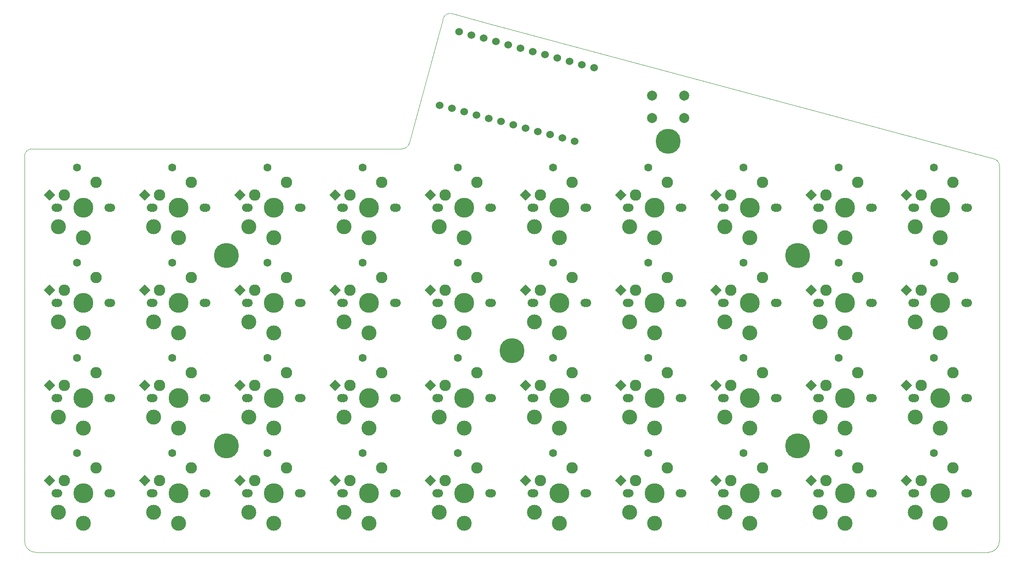
<source format=gts>
G04 #@! TF.GenerationSoftware,KiCad,Pcbnew,6.0.7-f9a2dced07~116~ubuntu20.04.1*
G04 #@! TF.CreationDate,2022-09-22T21:10:25+08:00*
G04 #@! TF.ProjectId,V4,56342e6b-6963-4616-945f-706362585858,rev?*
G04 #@! TF.SameCoordinates,Original*
G04 #@! TF.FileFunction,Soldermask,Top*
G04 #@! TF.FilePolarity,Negative*
%FSLAX46Y46*%
G04 Gerber Fmt 4.6, Leading zero omitted, Abs format (unit mm)*
G04 Created by KiCad (PCBNEW 6.0.7-f9a2dced07~116~ubuntu20.04.1) date 2022-09-22 21:10:25*
%MOMM*%
%LPD*%
G01*
G04 APERTURE LIST*
G04 Aperture macros list*
%AMRotRect*
0 Rectangle, with rotation*
0 The origin of the aperture is its center*
0 $1 length*
0 $2 width*
0 $3 Rotation angle, in degrees counterclockwise*
0 Add horizontal line*
21,1,$1,$2,0,0,$3*%
G04 Aperture macros list end*
G04 #@! TA.AperFunction,Profile*
%ADD10C,0.050000*%
G04 #@! TD*
%ADD11C,1.701800*%
%ADD12C,3.000000*%
%ADD13C,3.987800*%
%ADD14C,2.286000*%
%ADD15C,5.000000*%
%ADD16C,2.000000*%
%ADD17RotRect,1.600000X1.600000X45.000000*%
%ADD18C,1.600000*%
%ADD19C,1.524000*%
G04 APERTURE END LIST*
D10*
X59436000Y-154686000D02*
X59436000Y-78486000D01*
X59436000Y-154686000D02*
G75*
G03*
X61722000Y-156972000I2286000J0D01*
G01*
X134962250Y-76200000D02*
X131178300Y-76200000D01*
X134962250Y-76200047D02*
G75*
G03*
X136434319Y-75070441I-50J1524047D01*
G01*
X60960000Y-76200000D02*
G75*
G03*
X59436000Y-77724000I0J-1524000D01*
G01*
X61722000Y-76200000D02*
X131178300Y-76200000D01*
X61722000Y-76200000D02*
X60960000Y-76200000D01*
X252222000Y-156972000D02*
X61722000Y-156972000D01*
X254507993Y-79667100D02*
G75*
G03*
X253365350Y-78179844I-1523993J11700D01*
G01*
X252222000Y-156972000D02*
G75*
G03*
X254508000Y-154686000I0J2286000D01*
G01*
X59436000Y-77724000D02*
X59436000Y-78486000D01*
X145016441Y-49147744D02*
X151738470Y-50953142D01*
X145016443Y-49147735D02*
G75*
G03*
X143149931Y-50225373I-394443J-1472065D01*
G01*
X254507999Y-79667100D02*
X254508000Y-154686000D01*
X151738470Y-50953142D02*
X253365350Y-78179844D01*
X143149931Y-50225373D02*
X136434319Y-75070441D01*
D11*
X218147000Y-145161000D03*
X218567000Y-145161000D03*
D12*
X218647000Y-148911000D03*
X223647000Y-151111000D03*
D11*
X228727000Y-145161000D03*
X229147000Y-145161000D03*
D13*
X223647000Y-145161000D03*
D14*
X226187000Y-140081000D03*
X219837000Y-142621000D03*
D11*
X229147001Y-107061000D03*
D12*
X218647001Y-110811000D03*
D11*
X228727001Y-107061000D03*
X218147001Y-107061000D03*
X218567001Y-107061000D03*
D13*
X223647001Y-107061000D03*
D12*
X223647001Y-113011000D03*
D14*
X226187001Y-101981000D03*
X219837001Y-104521000D03*
D12*
X142447000Y-110811000D03*
X147447000Y-113011000D03*
D11*
X142367000Y-107061000D03*
X152527000Y-107061000D03*
X141947000Y-107061000D03*
D13*
X147447000Y-107061000D03*
D11*
X152947000Y-107061000D03*
D14*
X149987000Y-101981000D03*
X143637000Y-104521000D03*
D12*
X242697000Y-151111000D03*
D11*
X237197000Y-145161000D03*
X247777000Y-145161000D03*
X237617000Y-145161000D03*
X248197000Y-145161000D03*
D12*
X237697000Y-148911000D03*
D13*
X242697000Y-145161000D03*
D14*
X245237000Y-140081000D03*
X238887000Y-142621000D03*
D12*
X128397000Y-93961000D03*
X123397000Y-91761000D03*
D13*
X128397000Y-88011000D03*
D11*
X133897000Y-88011000D03*
X123317000Y-88011000D03*
X133477000Y-88011000D03*
X122897000Y-88011000D03*
D14*
X130937000Y-82931000D03*
X124587000Y-85471000D03*
D12*
X128397000Y-132061000D03*
X123397000Y-129861000D03*
D11*
X123317000Y-126111000D03*
X133477000Y-126111000D03*
X122897000Y-126111000D03*
D13*
X128397000Y-126111000D03*
D11*
X133897000Y-126111000D03*
D14*
X130937000Y-121031000D03*
X124587000Y-123571000D03*
D15*
X188214000Y-74676000D03*
D11*
X122897000Y-145161000D03*
X133477000Y-145161000D03*
X123317000Y-145161000D03*
X133897000Y-145161000D03*
D13*
X128397000Y-145161000D03*
D12*
X128397000Y-151111000D03*
X123397000Y-148911000D03*
D14*
X130937000Y-140081000D03*
X124587000Y-142621000D03*
D12*
X185547000Y-93961000D03*
X180547000Y-91761000D03*
D11*
X180047000Y-88011000D03*
X190627000Y-88011000D03*
X191047000Y-88011000D03*
D13*
X185547000Y-88011000D03*
D11*
X180467000Y-88011000D03*
D14*
X188087000Y-82931000D03*
X181737000Y-85471000D03*
D11*
X190627000Y-107061000D03*
X180047000Y-107061000D03*
D12*
X185547000Y-113011000D03*
D11*
X191047000Y-107061000D03*
D13*
X185547000Y-107061000D03*
D11*
X180467000Y-107061000D03*
D12*
X180547000Y-110811000D03*
D14*
X188087000Y-101981000D03*
X181737000Y-104521000D03*
D12*
X199597000Y-91761000D03*
D11*
X199097000Y-88011000D03*
D13*
X204597000Y-88011000D03*
D11*
X209677000Y-88011000D03*
D12*
X204597000Y-93961000D03*
D11*
X199517000Y-88011000D03*
X210097000Y-88011000D03*
D14*
X207137000Y-82931000D03*
X200787000Y-85471000D03*
D13*
X147447000Y-126111000D03*
D12*
X147447000Y-132061000D03*
D11*
X152947000Y-126111000D03*
D12*
X142447000Y-129861000D03*
D11*
X141947000Y-126111000D03*
X142367000Y-126111000D03*
X152527000Y-126111000D03*
D14*
X149987000Y-121031000D03*
X143637000Y-123571000D03*
D11*
X104267001Y-107061000D03*
X114427001Y-107061000D03*
X103847001Y-107061000D03*
D12*
X109347001Y-113011000D03*
D11*
X114847001Y-107061000D03*
D13*
X109347001Y-107061000D03*
D12*
X104347001Y-110811000D03*
D14*
X111887001Y-101981000D03*
X105537001Y-104521000D03*
D11*
X237617000Y-126111000D03*
D12*
X237697000Y-129861000D03*
D13*
X242697000Y-126111000D03*
D11*
X247777000Y-126111000D03*
X237197000Y-126111000D03*
D12*
X242697000Y-132061000D03*
D11*
X248197000Y-126111000D03*
D14*
X245237000Y-121031000D03*
X238887000Y-123571000D03*
D12*
X85297000Y-129861001D03*
D11*
X95377000Y-126111001D03*
D13*
X90297000Y-126111001D03*
D11*
X85217000Y-126111001D03*
X84797000Y-126111001D03*
X95797000Y-126111001D03*
D12*
X90297000Y-132061001D03*
D14*
X92837000Y-121031001D03*
X86487000Y-123571001D03*
D12*
X104347000Y-148911000D03*
D13*
X109347000Y-145161000D03*
D12*
X109347000Y-151111000D03*
D11*
X114427000Y-145161000D03*
X114847000Y-145161000D03*
X104267000Y-145161000D03*
X103847000Y-145161000D03*
D14*
X111887000Y-140081000D03*
X105537000Y-142621000D03*
D11*
X104267000Y-88011000D03*
D12*
X109347000Y-93961000D03*
D11*
X103847000Y-88011000D03*
X114847000Y-88011000D03*
X114427000Y-88011000D03*
D12*
X104347000Y-91761000D03*
D13*
X109347000Y-88011000D03*
D14*
X111887000Y-82931000D03*
X105537000Y-85471000D03*
D11*
X95797000Y-145161000D03*
D13*
X90297000Y-145161000D03*
D12*
X90297000Y-151111000D03*
X85297000Y-148911000D03*
D11*
X84797000Y-145161000D03*
X85217000Y-145161000D03*
X95377000Y-145161000D03*
D14*
X92837000Y-140081000D03*
X86487000Y-142621000D03*
D15*
X214122000Y-97536000D03*
D12*
X237697000Y-91761000D03*
D11*
X247777000Y-88011000D03*
D13*
X242697000Y-88011000D03*
D11*
X237197000Y-88011000D03*
D12*
X242697000Y-93961000D03*
D11*
X248197000Y-88011000D03*
X237617000Y-88011000D03*
D14*
X245237000Y-82931000D03*
X238887000Y-85471000D03*
D11*
X171577000Y-126111000D03*
X171997000Y-126111000D03*
D12*
X166497000Y-132061000D03*
X161497000Y-129861000D03*
D13*
X166497000Y-126111000D03*
D11*
X160997000Y-126111000D03*
X161417000Y-126111000D03*
D14*
X169037000Y-121031000D03*
X162687000Y-123571000D03*
D12*
X142447000Y-91761000D03*
D13*
X147447000Y-88011000D03*
D11*
X152947000Y-88011000D03*
X142367000Y-88011000D03*
X141947000Y-88011000D03*
D12*
X147447000Y-93961000D03*
D11*
X152527000Y-88011000D03*
D14*
X149987000Y-82931000D03*
X143637000Y-85471000D03*
D11*
X142367000Y-145161000D03*
X152527000Y-145161000D03*
D12*
X147447000Y-151111000D03*
X142447000Y-148911000D03*
D11*
X152947000Y-145161000D03*
X141947000Y-145161000D03*
D13*
X147447000Y-145161000D03*
D14*
X149987000Y-140081000D03*
X143637000Y-142621000D03*
D11*
X95376999Y-107061000D03*
D12*
X90296999Y-113011000D03*
X85296999Y-110811000D03*
D11*
X95796999Y-107061000D03*
X84796999Y-107061000D03*
D13*
X90296999Y-107061000D03*
D11*
X85216999Y-107061000D03*
D14*
X92836999Y-101981000D03*
X86486999Y-104521000D03*
D15*
X214122000Y-135636000D03*
D11*
X161417000Y-145161000D03*
D13*
X166497000Y-145161000D03*
D11*
X171997000Y-145161000D03*
X160997000Y-145161000D03*
X171577000Y-145161000D03*
D12*
X166497000Y-151111000D03*
X161497000Y-148911000D03*
D14*
X169037000Y-140081000D03*
X162687000Y-142621000D03*
D12*
X180547000Y-148911000D03*
D11*
X191047000Y-145161000D03*
X180047000Y-145161000D03*
X180467000Y-145161000D03*
D12*
X185547000Y-151111000D03*
D11*
X190627000Y-145161000D03*
D13*
X185547000Y-145161000D03*
D14*
X188087000Y-140081000D03*
X181737000Y-142621000D03*
D13*
X128397000Y-107061000D03*
D11*
X122897000Y-107061000D03*
X133897000Y-107061000D03*
X123317000Y-107061000D03*
D12*
X123397000Y-110811000D03*
D11*
X133477000Y-107061000D03*
D12*
X128397000Y-113011000D03*
D14*
X130937000Y-101981000D03*
X124587000Y-104521000D03*
D11*
X95377000Y-88011000D03*
D13*
X90297000Y-88011000D03*
D11*
X85217000Y-88011000D03*
X95797000Y-88011000D03*
X84797000Y-88011000D03*
D12*
X85297000Y-91761000D03*
X90297000Y-93961000D03*
D14*
X92837000Y-82931000D03*
X86487000Y-85471000D03*
D11*
X199097000Y-145161000D03*
D12*
X199597000Y-148911000D03*
D13*
X204597000Y-145161000D03*
D11*
X199517000Y-145161000D03*
D12*
X204597000Y-151111000D03*
D11*
X210097000Y-145161000D03*
X209677000Y-145161000D03*
D14*
X207137000Y-140081000D03*
X200787000Y-142621000D03*
D11*
X237617000Y-107061000D03*
X247777000Y-107061000D03*
D12*
X242697000Y-113011000D03*
D13*
X242697000Y-107061000D03*
D11*
X248197000Y-107061000D03*
X237197000Y-107061000D03*
D12*
X237697000Y-110811000D03*
D14*
X245237000Y-101981000D03*
X238887000Y-104521000D03*
D13*
X166497000Y-107061000D03*
D12*
X161497000Y-110811000D03*
D11*
X171577000Y-107061000D03*
X160997000Y-107061000D03*
X171997000Y-107061000D03*
X161417000Y-107061000D03*
D12*
X166497000Y-113011000D03*
D14*
X169037000Y-101981000D03*
X162687000Y-104521000D03*
D12*
X161497000Y-91761000D03*
D11*
X161417000Y-88011000D03*
X171997000Y-88011000D03*
D13*
X166497000Y-88011000D03*
D11*
X160997000Y-88011000D03*
X171577000Y-88011000D03*
D12*
X166497000Y-93961000D03*
D14*
X169037000Y-82931000D03*
X162687000Y-85471000D03*
D11*
X199097000Y-126111001D03*
D12*
X204597000Y-132061001D03*
X199597000Y-129861001D03*
D11*
X209677000Y-126111001D03*
X210097000Y-126111001D03*
X199517000Y-126111001D03*
D13*
X204597000Y-126111001D03*
D14*
X207137000Y-121031001D03*
X200787000Y-123571001D03*
D12*
X109347000Y-132061001D03*
D11*
X104267000Y-126111001D03*
X114427000Y-126111001D03*
X114847000Y-126111001D03*
X103847000Y-126111001D03*
D13*
X109347000Y-126111001D03*
D12*
X104347000Y-129861001D03*
D14*
X111887000Y-121031001D03*
X105537000Y-123571001D03*
D11*
X228727000Y-126111001D03*
X218567000Y-126111001D03*
D13*
X223647000Y-126111001D03*
D11*
X229147000Y-126111001D03*
D12*
X218647000Y-129861001D03*
X223647000Y-132061001D03*
D11*
X218147000Y-126111001D03*
D14*
X226187000Y-121031001D03*
X219837000Y-123571001D03*
D15*
X156972000Y-116586000D03*
D12*
X66247000Y-148911000D03*
D11*
X66167000Y-145161000D03*
X76327000Y-145161000D03*
X76747000Y-145161000D03*
D12*
X71247000Y-151111000D03*
D11*
X65747000Y-145161000D03*
D13*
X71247000Y-145161000D03*
D14*
X73787000Y-140081000D03*
X67437000Y-142621000D03*
D11*
X228727000Y-88011000D03*
D13*
X223647000Y-88011000D03*
D12*
X223647000Y-93961000D03*
D11*
X229147000Y-88011000D03*
X218567000Y-88011000D03*
X218147000Y-88011000D03*
D12*
X218647000Y-91761000D03*
D14*
X226187000Y-82931000D03*
X219837000Y-85471000D03*
D11*
X76327000Y-88011000D03*
D12*
X66247000Y-91761000D03*
D13*
X71247000Y-88011000D03*
D11*
X66167000Y-88011000D03*
X76747000Y-88011000D03*
X65747000Y-88011000D03*
D12*
X71247000Y-93961000D03*
D14*
X73787000Y-82931000D03*
X67437000Y-85471000D03*
D11*
X210096999Y-107061000D03*
X209676999Y-107061000D03*
D12*
X204596999Y-113011000D03*
D11*
X199516999Y-107061000D03*
D13*
X204596999Y-107061000D03*
D11*
X199096999Y-107061000D03*
D12*
X199596999Y-110811000D03*
D14*
X207136999Y-101981000D03*
X200786999Y-104521000D03*
D15*
X99822000Y-97536000D03*
D12*
X180547000Y-129861000D03*
D11*
X191047000Y-126111000D03*
X180047000Y-126111000D03*
D13*
X185547000Y-126111000D03*
D12*
X185547000Y-132061000D03*
D11*
X190627000Y-126111000D03*
X180467000Y-126111000D03*
D14*
X188087000Y-121031000D03*
X181737000Y-123571000D03*
D12*
X66247000Y-129861000D03*
D13*
X71247000Y-126111000D03*
D11*
X65747000Y-126111000D03*
D12*
X71247000Y-132061000D03*
D11*
X76327000Y-126111000D03*
X66167000Y-126111000D03*
X76747000Y-126111000D03*
D14*
X73787000Y-121031000D03*
X67437000Y-123571000D03*
D11*
X65747000Y-107061000D03*
D12*
X66247000Y-110811000D03*
D11*
X66167000Y-107061000D03*
X76327000Y-107061000D03*
X76747000Y-107061000D03*
D13*
X71247000Y-107061000D03*
D12*
X71247000Y-113011000D03*
D14*
X73787000Y-101981000D03*
X67437000Y-104521000D03*
D16*
X191464000Y-65568000D03*
X184964000Y-65568000D03*
X191464000Y-70068000D03*
X184964000Y-70068000D03*
D15*
X99822000Y-135636000D03*
D17*
X159649284Y-104498716D03*
D18*
X165164716Y-98983284D03*
D17*
X235849284Y-85448715D03*
D18*
X241364716Y-79933283D03*
D17*
X197749284Y-123548715D03*
D18*
X203264716Y-118033283D03*
D17*
X64399284Y-123548715D03*
D18*
X69914716Y-118033283D03*
D17*
X159649283Y-85448715D03*
D18*
X165164715Y-79933283D03*
D17*
X64399284Y-104498716D03*
D18*
X69914716Y-98983284D03*
D17*
X216799284Y-104498715D03*
D18*
X222314716Y-98983283D03*
D17*
X140599284Y-104498715D03*
D18*
X146114716Y-98983283D03*
D17*
X235849284Y-104498715D03*
D18*
X241364716Y-98983283D03*
D17*
X121549284Y-123548715D03*
D18*
X127064716Y-118033283D03*
D17*
X83449285Y-85448715D03*
D18*
X88964717Y-79933283D03*
D17*
X178699284Y-104498716D03*
D18*
X184214716Y-98983284D03*
D17*
X121549284Y-85448715D03*
D18*
X127064716Y-79933283D03*
D17*
X102499284Y-85448715D03*
D18*
X108014716Y-79933283D03*
D17*
X102499284Y-104498715D03*
D18*
X108014716Y-98983283D03*
D17*
X121549284Y-104498715D03*
D18*
X127064716Y-98983283D03*
D17*
X235849284Y-142598716D03*
D18*
X241364716Y-137083284D03*
D17*
X83449284Y-104498716D03*
D18*
X88964716Y-98983284D03*
D17*
X216799283Y-123548715D03*
D18*
X222314715Y-118033283D03*
D17*
X197749284Y-104498716D03*
D18*
X203264716Y-98983284D03*
D17*
X121549284Y-142598716D03*
D18*
X127064716Y-137083284D03*
D17*
X197749284Y-142598715D03*
D18*
X203264716Y-137083283D03*
D17*
X83449284Y-123548715D03*
D18*
X88964716Y-118033283D03*
D17*
X159649284Y-123548715D03*
D18*
X165164716Y-118033283D03*
D17*
X102499284Y-142598715D03*
D18*
X108014716Y-137083283D03*
D17*
X235849284Y-123548715D03*
D18*
X241364716Y-118033283D03*
D17*
X216799284Y-85448715D03*
D18*
X222314716Y-79933283D03*
D17*
X159649284Y-142598715D03*
D18*
X165164716Y-137083283D03*
D17*
X140599284Y-123548715D03*
D18*
X146114716Y-118033283D03*
D17*
X216799283Y-142598715D03*
D18*
X222314715Y-137083283D03*
D17*
X102499284Y-123548715D03*
D18*
X108014716Y-118033283D03*
D17*
X178699284Y-142598715D03*
D18*
X184214716Y-137083283D03*
D17*
X140599284Y-85448715D03*
D18*
X146114716Y-79933283D03*
D17*
X178699284Y-123548715D03*
D18*
X184214716Y-118033283D03*
D17*
X178699284Y-85448716D03*
D18*
X184214716Y-79933284D03*
D17*
X64399284Y-142598715D03*
D18*
X69914716Y-137083283D03*
D17*
X197749284Y-85448715D03*
D18*
X203264716Y-79933283D03*
D17*
X140599284Y-142598715D03*
D18*
X146114716Y-137083283D03*
D17*
X64399283Y-85448715D03*
D18*
X69914715Y-79933283D03*
D17*
X83449284Y-142598715D03*
D18*
X88964716Y-137083283D03*
D19*
X146435236Y-52757397D03*
X148888688Y-53414797D03*
X151342139Y-54072199D03*
X153795590Y-54729598D03*
X156249043Y-55386999D03*
X158702494Y-56044399D03*
X161155946Y-56701799D03*
X163609398Y-57359200D03*
X166062850Y-58016600D03*
X168516300Y-58674000D03*
X170969752Y-59331401D03*
X173423204Y-59988801D03*
X169483978Y-74690191D03*
X167030527Y-74032792D03*
X164577075Y-73375390D03*
X162123622Y-72717991D03*
X159670173Y-72060591D03*
X157216720Y-71403190D03*
X154763269Y-70745790D03*
X152309817Y-70088389D03*
X149856365Y-69430989D03*
X147402913Y-68773589D03*
X144949462Y-68116188D03*
X142496012Y-67458788D03*
M02*

</source>
